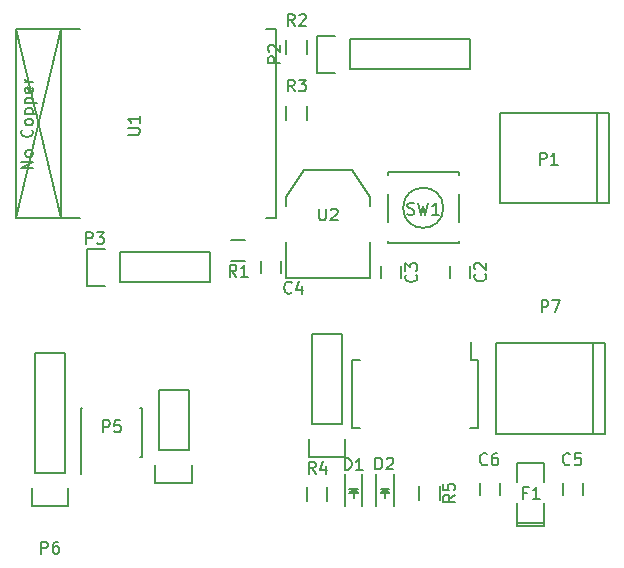
<source format=gto>
G04 #@! TF.FileFunction,Legend,Top*
%FSLAX46Y46*%
G04 Gerber Fmt 4.6, Leading zero omitted, Abs format (unit mm)*
G04 Created by KiCad (PCBNEW 4.0.4-stable) date 10/17/16 21:55:59*
%MOMM*%
%LPD*%
G01*
G04 APERTURE LIST*
%ADD10C,0.100000*%
%ADD11C,0.150000*%
%ADD12C,0.152400*%
G04 APERTURE END LIST*
D10*
D11*
X144322800Y-118516400D02*
X144322800Y-110896400D01*
X141782800Y-118516400D02*
X141782800Y-110896400D01*
X141502800Y-121336400D02*
X141502800Y-119786400D01*
X144322800Y-110896400D02*
X141782800Y-110896400D01*
X141782800Y-118516400D02*
X144322800Y-118516400D01*
X144602800Y-119786400D02*
X144602800Y-121336400D01*
X144602800Y-121336400D02*
X141502800Y-121336400D01*
X131318000Y-120700800D02*
X131318000Y-115620800D01*
X131318000Y-115620800D02*
X128778000Y-115620800D01*
X128778000Y-115620800D02*
X128778000Y-120700800D01*
X128498000Y-123520800D02*
X128498000Y-121970800D01*
X128778000Y-120700800D02*
X131318000Y-120700800D01*
X131598000Y-121970800D02*
X131598000Y-123520800D01*
X131598000Y-123520800D02*
X128498000Y-123520800D01*
X155794600Y-113152200D02*
X155219600Y-113152200D01*
X155794600Y-118902200D02*
X155144600Y-118902200D01*
X145144600Y-118902200D02*
X145794600Y-118902200D01*
X145144600Y-113152200D02*
X145794600Y-113152200D01*
X155794600Y-113152200D02*
X155794600Y-118902200D01*
X145144600Y-113152200D02*
X145144600Y-118902200D01*
X155219600Y-113152200D02*
X155219600Y-111552200D01*
X165905180Y-99862640D02*
X165905180Y-92161360D01*
X166905940Y-99862640D02*
X166905940Y-92161360D01*
X166905940Y-92161360D02*
X157706060Y-92161360D01*
X157706060Y-92161360D02*
X157706060Y-99862640D01*
X157706060Y-99862640D02*
X166905940Y-99862640D01*
X155129600Y-106164000D02*
X155129600Y-105164000D01*
X153429600Y-105164000D02*
X153429600Y-106164000D01*
X147587600Y-105164000D02*
X147587600Y-106164000D01*
X149287600Y-106164000D02*
X149287600Y-105164000D01*
X137427600Y-104706800D02*
X137427600Y-105706800D01*
X139127600Y-105706800D02*
X139127600Y-104706800D01*
X134934400Y-102960200D02*
X136134400Y-102960200D01*
X136134400Y-104710200D02*
X134934400Y-104710200D01*
X141337000Y-86014000D02*
X141337000Y-87214000D01*
X139587000Y-87214000D02*
X139587000Y-86014000D01*
X139587000Y-92802000D02*
X139587000Y-91602000D01*
X141337000Y-91602000D02*
X141337000Y-92802000D01*
X148180800Y-103228400D02*
X148180800Y-103028400D01*
X148180800Y-97228400D02*
X148180800Y-97428400D01*
X154180800Y-97228400D02*
X154180800Y-97428400D01*
X154180800Y-103228400D02*
X154180800Y-103028400D01*
X154180800Y-101428400D02*
X154180800Y-99028400D01*
X148180800Y-101428400D02*
X148180800Y-99028400D01*
X148180800Y-103228400D02*
X154180800Y-103228400D01*
X154180800Y-97228400D02*
X148180800Y-97228400D01*
X152880800Y-100228400D02*
G75*
G03X152880800Y-100228400I-1700000J0D01*
G01*
X139573000Y-103124000D02*
X139573000Y-106172000D01*
X139573000Y-106172000D02*
X146685000Y-106172000D01*
X146685000Y-106172000D02*
X146685000Y-103124000D01*
X139573000Y-100076000D02*
X139573000Y-99314000D01*
X139573000Y-99314000D02*
X141097000Y-97028000D01*
X141097000Y-97028000D02*
X145161000Y-97028000D01*
X145161000Y-97028000D02*
X146685000Y-99314000D01*
X146685000Y-99314000D02*
X146685000Y-100076000D01*
X125526800Y-106527600D02*
X133146800Y-106527600D01*
X125526800Y-103987600D02*
X133146800Y-103987600D01*
X122706800Y-103707600D02*
X124256800Y-103707600D01*
X133146800Y-106527600D02*
X133146800Y-103987600D01*
X125526800Y-103987600D02*
X125526800Y-106527600D01*
X124256800Y-106807600D02*
X122706800Y-106807600D01*
X122706800Y-106807600D02*
X122706800Y-103707600D01*
X162980000Y-123502800D02*
X162980000Y-124502800D01*
X164680000Y-124502800D02*
X164680000Y-123502800D01*
X155969600Y-123502800D02*
X155969600Y-124502800D01*
X157669600Y-124502800D02*
X157669600Y-123502800D01*
X159131000Y-126898400D02*
X159131000Y-127152400D01*
X159131000Y-127152400D02*
X161417000Y-127152400D01*
X161417000Y-127152400D02*
X161417000Y-126898400D01*
X159131000Y-126898400D02*
X161417000Y-126898400D01*
X161417000Y-126898400D02*
X161417000Y-125247400D01*
X159131000Y-123469400D02*
X159131000Y-121818400D01*
X159131000Y-121818400D02*
X161417000Y-121818400D01*
X161417000Y-121818400D02*
X161417000Y-123469400D01*
X159131000Y-125247400D02*
X159131000Y-126898400D01*
X143064200Y-123860000D02*
X143064200Y-125060000D01*
X141314200Y-125060000D02*
X141314200Y-123860000D01*
X152614600Y-123758400D02*
X152614600Y-124958400D01*
X150864600Y-124958400D02*
X150864600Y-123758400D01*
X144538000Y-122809200D02*
X144538000Y-125509200D01*
X146038000Y-122809200D02*
X146038000Y-125509200D01*
X145138000Y-124309200D02*
X145388000Y-124309200D01*
X145388000Y-124309200D02*
X145238000Y-124159200D01*
X145638000Y-124059200D02*
X144938000Y-124059200D01*
X145288000Y-124409200D02*
X145288000Y-124759200D01*
X145288000Y-124059200D02*
X145638000Y-124409200D01*
X145638000Y-124409200D02*
X144938000Y-124409200D01*
X144938000Y-124409200D02*
X145288000Y-124059200D01*
X147179600Y-122809200D02*
X147179600Y-125509200D01*
X148679600Y-122809200D02*
X148679600Y-125509200D01*
X147779600Y-124309200D02*
X148029600Y-124309200D01*
X148029600Y-124309200D02*
X147879600Y-124159200D01*
X148279600Y-124059200D02*
X147579600Y-124059200D01*
X147929600Y-124409200D02*
X147929600Y-124759200D01*
X147929600Y-124059200D02*
X148279600Y-124409200D01*
X148279600Y-124409200D02*
X147579600Y-124409200D01*
X147579600Y-124409200D02*
X147929600Y-124059200D01*
X122189800Y-121353400D02*
X122239800Y-121353400D01*
X122189800Y-117203400D02*
X122334800Y-117203400D01*
X127339800Y-117203400D02*
X127194800Y-117203400D01*
X127339800Y-121353400D02*
X127194800Y-121353400D01*
X122189800Y-121353400D02*
X122189800Y-117203400D01*
X127339800Y-121353400D02*
X127339800Y-117203400D01*
X122239800Y-121353400D02*
X122239800Y-122753400D01*
X165549580Y-119369840D02*
X165549580Y-111668560D01*
X166550340Y-119369840D02*
X166550340Y-111668560D01*
X166550340Y-111668560D02*
X157350460Y-111668560D01*
X157350460Y-111668560D02*
X157350460Y-119369840D01*
X157350460Y-119369840D02*
X166550340Y-119369840D01*
D12*
X116688400Y-101076000D02*
X116688400Y-85076000D01*
X116688400Y-85076000D02*
X122088400Y-85076000D01*
X116688400Y-101076000D02*
X122088400Y-101076000D01*
X137888400Y-101076000D02*
X138688400Y-101076000D01*
X138688400Y-101076000D02*
X138688400Y-85076000D01*
X138688400Y-85076000D02*
X137888400Y-85076000D01*
X116688400Y-85076000D02*
X120488400Y-101076000D01*
X116688400Y-101076000D02*
X120488400Y-85076000D01*
X120488400Y-101084000D02*
X120488400Y-85084000D01*
D11*
X143713200Y-88773600D02*
X142163200Y-88773600D01*
X142163200Y-88773600D02*
X142163200Y-85673600D01*
X142163200Y-85673600D02*
X143713200Y-85673600D01*
X144983200Y-85953600D02*
X155143200Y-85953600D01*
X155143200Y-85953600D02*
X155143200Y-88493600D01*
X155143200Y-88493600D02*
X144983200Y-88493600D01*
X144983200Y-85953600D02*
X144983200Y-88493600D01*
X121133200Y-123952000D02*
X121133200Y-125502000D01*
X121133200Y-125502000D02*
X118033200Y-125502000D01*
X118033200Y-125502000D02*
X118033200Y-123952000D01*
X118313200Y-122682000D02*
X118313200Y-112522000D01*
X118313200Y-112522000D02*
X120853200Y-112522000D01*
X120853200Y-112522000D02*
X120853200Y-122682000D01*
X118313200Y-122682000D02*
X120853200Y-122682000D01*
X161059905Y-96565981D02*
X161059905Y-95565981D01*
X161440858Y-95565981D01*
X161536096Y-95613600D01*
X161583715Y-95661219D01*
X161631334Y-95756457D01*
X161631334Y-95899314D01*
X161583715Y-95994552D01*
X161536096Y-96042171D01*
X161440858Y-96089790D01*
X161059905Y-96089790D01*
X162583715Y-96565981D02*
X162012286Y-96565981D01*
X162298000Y-96565981D02*
X162298000Y-95565981D01*
X162202762Y-95708838D01*
X162107524Y-95804076D01*
X162012286Y-95851695D01*
X156414743Y-105830666D02*
X156462362Y-105878285D01*
X156509981Y-106021142D01*
X156509981Y-106116380D01*
X156462362Y-106259238D01*
X156367124Y-106354476D01*
X156271886Y-106402095D01*
X156081410Y-106449714D01*
X155938552Y-106449714D01*
X155748076Y-106402095D01*
X155652838Y-106354476D01*
X155557600Y-106259238D01*
X155509981Y-106116380D01*
X155509981Y-106021142D01*
X155557600Y-105878285D01*
X155605219Y-105830666D01*
X155605219Y-105449714D02*
X155557600Y-105402095D01*
X155509981Y-105306857D01*
X155509981Y-105068761D01*
X155557600Y-104973523D01*
X155605219Y-104925904D01*
X155700457Y-104878285D01*
X155795695Y-104878285D01*
X155938552Y-104925904D01*
X156509981Y-105497333D01*
X156509981Y-104878285D01*
X150572743Y-105881466D02*
X150620362Y-105929085D01*
X150667981Y-106071942D01*
X150667981Y-106167180D01*
X150620362Y-106310038D01*
X150525124Y-106405276D01*
X150429886Y-106452895D01*
X150239410Y-106500514D01*
X150096552Y-106500514D01*
X149906076Y-106452895D01*
X149810838Y-106405276D01*
X149715600Y-106310038D01*
X149667981Y-106167180D01*
X149667981Y-106071942D01*
X149715600Y-105929085D01*
X149763219Y-105881466D01*
X149667981Y-105548133D02*
X149667981Y-104929085D01*
X150048933Y-105262419D01*
X150048933Y-105119561D01*
X150096552Y-105024323D01*
X150144171Y-104976704D01*
X150239410Y-104929085D01*
X150477505Y-104929085D01*
X150572743Y-104976704D01*
X150620362Y-105024323D01*
X150667981Y-105119561D01*
X150667981Y-105405276D01*
X150620362Y-105500514D01*
X150572743Y-105548133D01*
X140041334Y-107392743D02*
X139993715Y-107440362D01*
X139850858Y-107487981D01*
X139755620Y-107487981D01*
X139612762Y-107440362D01*
X139517524Y-107345124D01*
X139469905Y-107249886D01*
X139422286Y-107059410D01*
X139422286Y-106916552D01*
X139469905Y-106726076D01*
X139517524Y-106630838D01*
X139612762Y-106535600D01*
X139755620Y-106487981D01*
X139850858Y-106487981D01*
X139993715Y-106535600D01*
X140041334Y-106583219D01*
X140898477Y-106821314D02*
X140898477Y-107487981D01*
X140660381Y-106440362D02*
X140422286Y-107154648D01*
X141041334Y-107154648D01*
X135367734Y-106065581D02*
X135034400Y-105589390D01*
X134796305Y-106065581D02*
X134796305Y-105065581D01*
X135177258Y-105065581D01*
X135272496Y-105113200D01*
X135320115Y-105160819D01*
X135367734Y-105256057D01*
X135367734Y-105398914D01*
X135320115Y-105494152D01*
X135272496Y-105541771D01*
X135177258Y-105589390D01*
X134796305Y-105589390D01*
X136320115Y-106065581D02*
X135748686Y-106065581D01*
X136034400Y-106065581D02*
X136034400Y-105065581D01*
X135939162Y-105208438D01*
X135843924Y-105303676D01*
X135748686Y-105351295D01*
X140295334Y-84831181D02*
X139962000Y-84354990D01*
X139723905Y-84831181D02*
X139723905Y-83831181D01*
X140104858Y-83831181D01*
X140200096Y-83878800D01*
X140247715Y-83926419D01*
X140295334Y-84021657D01*
X140295334Y-84164514D01*
X140247715Y-84259752D01*
X140200096Y-84307371D01*
X140104858Y-84354990D01*
X139723905Y-84354990D01*
X140676286Y-83926419D02*
X140723905Y-83878800D01*
X140819143Y-83831181D01*
X141057239Y-83831181D01*
X141152477Y-83878800D01*
X141200096Y-83926419D01*
X141247715Y-84021657D01*
X141247715Y-84116895D01*
X141200096Y-84259752D01*
X140628667Y-84831181D01*
X141247715Y-84831181D01*
X140295334Y-90368381D02*
X139962000Y-89892190D01*
X139723905Y-90368381D02*
X139723905Y-89368381D01*
X140104858Y-89368381D01*
X140200096Y-89416000D01*
X140247715Y-89463619D01*
X140295334Y-89558857D01*
X140295334Y-89701714D01*
X140247715Y-89796952D01*
X140200096Y-89844571D01*
X140104858Y-89892190D01*
X139723905Y-89892190D01*
X140628667Y-89368381D02*
X141247715Y-89368381D01*
X140914381Y-89749333D01*
X141057239Y-89749333D01*
X141152477Y-89796952D01*
X141200096Y-89844571D01*
X141247715Y-89939810D01*
X141247715Y-90177905D01*
X141200096Y-90273143D01*
X141152477Y-90320762D01*
X141057239Y-90368381D01*
X140771524Y-90368381D01*
X140676286Y-90320762D01*
X140628667Y-90273143D01*
X149847467Y-100760162D02*
X149990324Y-100807781D01*
X150228420Y-100807781D01*
X150323658Y-100760162D01*
X150371277Y-100712543D01*
X150418896Y-100617305D01*
X150418896Y-100522067D01*
X150371277Y-100426829D01*
X150323658Y-100379210D01*
X150228420Y-100331590D01*
X150037943Y-100283971D01*
X149942705Y-100236352D01*
X149895086Y-100188733D01*
X149847467Y-100093495D01*
X149847467Y-99998257D01*
X149895086Y-99903019D01*
X149942705Y-99855400D01*
X150037943Y-99807781D01*
X150276039Y-99807781D01*
X150418896Y-99855400D01*
X150752229Y-99807781D02*
X150990324Y-100807781D01*
X151180801Y-100093495D01*
X151371277Y-100807781D01*
X151609372Y-99807781D01*
X152514134Y-100807781D02*
X151942705Y-100807781D01*
X152228419Y-100807781D02*
X152228419Y-99807781D01*
X152133181Y-99950638D01*
X152037943Y-100045876D01*
X151942705Y-100093495D01*
X142367095Y-100290381D02*
X142367095Y-101099905D01*
X142414714Y-101195143D01*
X142462333Y-101242762D01*
X142557571Y-101290381D01*
X142748048Y-101290381D01*
X142843286Y-101242762D01*
X142890905Y-101195143D01*
X142938524Y-101099905D01*
X142938524Y-100290381D01*
X143367095Y-100385619D02*
X143414714Y-100338000D01*
X143509952Y-100290381D01*
X143748048Y-100290381D01*
X143843286Y-100338000D01*
X143890905Y-100385619D01*
X143938524Y-100480857D01*
X143938524Y-100576095D01*
X143890905Y-100718952D01*
X143319476Y-101290381D01*
X143938524Y-101290381D01*
X122629705Y-103296981D02*
X122629705Y-102296981D01*
X123010658Y-102296981D01*
X123105896Y-102344600D01*
X123153515Y-102392219D01*
X123201134Y-102487457D01*
X123201134Y-102630314D01*
X123153515Y-102725552D01*
X123105896Y-102773171D01*
X123010658Y-102820790D01*
X122629705Y-102820790D01*
X123534467Y-102296981D02*
X124153515Y-102296981D01*
X123820181Y-102677933D01*
X123963039Y-102677933D01*
X124058277Y-102725552D01*
X124105896Y-102773171D01*
X124153515Y-102868410D01*
X124153515Y-103106505D01*
X124105896Y-103201743D01*
X124058277Y-103249362D01*
X123963039Y-103296981D01*
X123677324Y-103296981D01*
X123582086Y-103249362D01*
X123534467Y-103201743D01*
X163612534Y-121921543D02*
X163564915Y-121969162D01*
X163422058Y-122016781D01*
X163326820Y-122016781D01*
X163183962Y-121969162D01*
X163088724Y-121873924D01*
X163041105Y-121778686D01*
X162993486Y-121588210D01*
X162993486Y-121445352D01*
X163041105Y-121254876D01*
X163088724Y-121159638D01*
X163183962Y-121064400D01*
X163326820Y-121016781D01*
X163422058Y-121016781D01*
X163564915Y-121064400D01*
X163612534Y-121112019D01*
X164517296Y-121016781D02*
X164041105Y-121016781D01*
X163993486Y-121492971D01*
X164041105Y-121445352D01*
X164136343Y-121397733D01*
X164374439Y-121397733D01*
X164469677Y-121445352D01*
X164517296Y-121492971D01*
X164564915Y-121588210D01*
X164564915Y-121826305D01*
X164517296Y-121921543D01*
X164469677Y-121969162D01*
X164374439Y-122016781D01*
X164136343Y-122016781D01*
X164041105Y-121969162D01*
X163993486Y-121921543D01*
X156602134Y-121921543D02*
X156554515Y-121969162D01*
X156411658Y-122016781D01*
X156316420Y-122016781D01*
X156173562Y-121969162D01*
X156078324Y-121873924D01*
X156030705Y-121778686D01*
X155983086Y-121588210D01*
X155983086Y-121445352D01*
X156030705Y-121254876D01*
X156078324Y-121159638D01*
X156173562Y-121064400D01*
X156316420Y-121016781D01*
X156411658Y-121016781D01*
X156554515Y-121064400D01*
X156602134Y-121112019D01*
X157459277Y-121016781D02*
X157268800Y-121016781D01*
X157173562Y-121064400D01*
X157125943Y-121112019D01*
X157030705Y-121254876D01*
X156983086Y-121445352D01*
X156983086Y-121826305D01*
X157030705Y-121921543D01*
X157078324Y-121969162D01*
X157173562Y-122016781D01*
X157364039Y-122016781D01*
X157459277Y-121969162D01*
X157506896Y-121921543D01*
X157554515Y-121826305D01*
X157554515Y-121588210D01*
X157506896Y-121492971D01*
X157459277Y-121445352D01*
X157364039Y-121397733D01*
X157173562Y-121397733D01*
X157078324Y-121445352D01*
X157030705Y-121492971D01*
X156983086Y-121588210D01*
X159991467Y-124337771D02*
X159658133Y-124337771D01*
X159658133Y-124861581D02*
X159658133Y-123861581D01*
X160134324Y-123861581D01*
X161039086Y-124861581D02*
X160467657Y-124861581D01*
X160753371Y-124861581D02*
X160753371Y-123861581D01*
X160658133Y-124004438D01*
X160562895Y-124099676D01*
X160467657Y-124147295D01*
X142073334Y-122727981D02*
X141740000Y-122251790D01*
X141501905Y-122727981D02*
X141501905Y-121727981D01*
X141882858Y-121727981D01*
X141978096Y-121775600D01*
X142025715Y-121823219D01*
X142073334Y-121918457D01*
X142073334Y-122061314D01*
X142025715Y-122156552D01*
X141978096Y-122204171D01*
X141882858Y-122251790D01*
X141501905Y-122251790D01*
X142930477Y-122061314D02*
X142930477Y-122727981D01*
X142692381Y-121680362D02*
X142454286Y-122394648D01*
X143073334Y-122394648D01*
X153868381Y-124525066D02*
X153392190Y-124858400D01*
X153868381Y-125096495D02*
X152868381Y-125096495D01*
X152868381Y-124715542D01*
X152916000Y-124620304D01*
X152963619Y-124572685D01*
X153058857Y-124525066D01*
X153201714Y-124525066D01*
X153296952Y-124572685D01*
X153344571Y-124620304D01*
X153392190Y-124715542D01*
X153392190Y-125096495D01*
X152868381Y-123620304D02*
X152868381Y-124096495D01*
X153344571Y-124144114D01*
X153296952Y-124096495D01*
X153249333Y-124001257D01*
X153249333Y-123763161D01*
X153296952Y-123667923D01*
X153344571Y-123620304D01*
X153439810Y-123572685D01*
X153677905Y-123572685D01*
X153773143Y-123620304D01*
X153820762Y-123667923D01*
X153868381Y-123763161D01*
X153868381Y-124001257D01*
X153820762Y-124096495D01*
X153773143Y-124144114D01*
X144549905Y-122423181D02*
X144549905Y-121423181D01*
X144788000Y-121423181D01*
X144930858Y-121470800D01*
X145026096Y-121566038D01*
X145073715Y-121661276D01*
X145121334Y-121851752D01*
X145121334Y-121994610D01*
X145073715Y-122185086D01*
X145026096Y-122280324D01*
X144930858Y-122375562D01*
X144788000Y-122423181D01*
X144549905Y-122423181D01*
X146073715Y-122423181D02*
X145502286Y-122423181D01*
X145788000Y-122423181D02*
X145788000Y-121423181D01*
X145692762Y-121566038D01*
X145597524Y-121661276D01*
X145502286Y-121708895D01*
X147140705Y-122372381D02*
X147140705Y-121372381D01*
X147378800Y-121372381D01*
X147521658Y-121420000D01*
X147616896Y-121515238D01*
X147664515Y-121610476D01*
X147712134Y-121800952D01*
X147712134Y-121943810D01*
X147664515Y-122134286D01*
X147616896Y-122229524D01*
X147521658Y-122324762D01*
X147378800Y-122372381D01*
X147140705Y-122372381D01*
X148093086Y-121467619D02*
X148140705Y-121420000D01*
X148235943Y-121372381D01*
X148474039Y-121372381D01*
X148569277Y-121420000D01*
X148616896Y-121467619D01*
X148664515Y-121562857D01*
X148664515Y-121658095D01*
X148616896Y-121800952D01*
X148045467Y-122372381D01*
X148664515Y-122372381D01*
X124077505Y-119222781D02*
X124077505Y-118222781D01*
X124458458Y-118222781D01*
X124553696Y-118270400D01*
X124601315Y-118318019D01*
X124648934Y-118413257D01*
X124648934Y-118556114D01*
X124601315Y-118651352D01*
X124553696Y-118698971D01*
X124458458Y-118746590D01*
X124077505Y-118746590D01*
X125553696Y-118222781D02*
X125077505Y-118222781D01*
X125029886Y-118698971D01*
X125077505Y-118651352D01*
X125172743Y-118603733D01*
X125410839Y-118603733D01*
X125506077Y-118651352D01*
X125553696Y-118698971D01*
X125601315Y-118794210D01*
X125601315Y-119032305D01*
X125553696Y-119127543D01*
X125506077Y-119175162D01*
X125410839Y-119222781D01*
X125172743Y-119222781D01*
X125077505Y-119175162D01*
X125029886Y-119127543D01*
X161212305Y-109070401D02*
X161212305Y-108070401D01*
X161593258Y-108070401D01*
X161688496Y-108118020D01*
X161736115Y-108165639D01*
X161783734Y-108260877D01*
X161783734Y-108403734D01*
X161736115Y-108498972D01*
X161688496Y-108546591D01*
X161593258Y-108594210D01*
X161212305Y-108594210D01*
X162117067Y-108070401D02*
X162783734Y-108070401D01*
X162355162Y-109070401D01*
X126198381Y-94030705D02*
X127007905Y-94030705D01*
X127103143Y-93983086D01*
X127150762Y-93935467D01*
X127198381Y-93840229D01*
X127198381Y-93649752D01*
X127150762Y-93554514D01*
X127103143Y-93506895D01*
X127007905Y-93459276D01*
X126198381Y-93459276D01*
X127198381Y-92459276D02*
X127198381Y-93030705D01*
X127198381Y-92744991D02*
X126198381Y-92744991D01*
X126341238Y-92840229D01*
X126436476Y-92935467D01*
X126484095Y-93030705D01*
X118140781Y-96898286D02*
X117140781Y-96898286D01*
X118140781Y-96326857D01*
X117140781Y-96326857D01*
X118140781Y-95707810D02*
X118093162Y-95803048D01*
X118045543Y-95850667D01*
X117950305Y-95898286D01*
X117664590Y-95898286D01*
X117569352Y-95850667D01*
X117521733Y-95803048D01*
X117474114Y-95707810D01*
X117474114Y-95564952D01*
X117521733Y-95469714D01*
X117569352Y-95422095D01*
X117664590Y-95374476D01*
X117950305Y-95374476D01*
X118045543Y-95422095D01*
X118093162Y-95469714D01*
X118140781Y-95564952D01*
X118140781Y-95707810D01*
X118045543Y-93612571D02*
X118093162Y-93660190D01*
X118140781Y-93803047D01*
X118140781Y-93898285D01*
X118093162Y-94041143D01*
X117997924Y-94136381D01*
X117902686Y-94184000D01*
X117712210Y-94231619D01*
X117569352Y-94231619D01*
X117378876Y-94184000D01*
X117283638Y-94136381D01*
X117188400Y-94041143D01*
X117140781Y-93898285D01*
X117140781Y-93803047D01*
X117188400Y-93660190D01*
X117236019Y-93612571D01*
X118140781Y-93041143D02*
X118093162Y-93136381D01*
X118045543Y-93184000D01*
X117950305Y-93231619D01*
X117664590Y-93231619D01*
X117569352Y-93184000D01*
X117521733Y-93136381D01*
X117474114Y-93041143D01*
X117474114Y-92898285D01*
X117521733Y-92803047D01*
X117569352Y-92755428D01*
X117664590Y-92707809D01*
X117950305Y-92707809D01*
X118045543Y-92755428D01*
X118093162Y-92803047D01*
X118140781Y-92898285D01*
X118140781Y-93041143D01*
X117474114Y-92279238D02*
X118474114Y-92279238D01*
X117521733Y-92279238D02*
X117474114Y-92184000D01*
X117474114Y-91993523D01*
X117521733Y-91898285D01*
X117569352Y-91850666D01*
X117664590Y-91803047D01*
X117950305Y-91803047D01*
X118045543Y-91850666D01*
X118093162Y-91898285D01*
X118140781Y-91993523D01*
X118140781Y-92184000D01*
X118093162Y-92279238D01*
X117474114Y-91374476D02*
X118474114Y-91374476D01*
X117521733Y-91374476D02*
X117474114Y-91279238D01*
X117474114Y-91088761D01*
X117521733Y-90993523D01*
X117569352Y-90945904D01*
X117664590Y-90898285D01*
X117950305Y-90898285D01*
X118045543Y-90945904D01*
X118093162Y-90993523D01*
X118140781Y-91088761D01*
X118140781Y-91279238D01*
X118093162Y-91374476D01*
X118093162Y-90088761D02*
X118140781Y-90183999D01*
X118140781Y-90374476D01*
X118093162Y-90469714D01*
X117997924Y-90517333D01*
X117616971Y-90517333D01*
X117521733Y-90469714D01*
X117474114Y-90374476D01*
X117474114Y-90183999D01*
X117521733Y-90088761D01*
X117616971Y-90041142D01*
X117712210Y-90041142D01*
X117807448Y-90517333D01*
X118140781Y-89612571D02*
X117474114Y-89612571D01*
X117664590Y-89612571D02*
X117569352Y-89564952D01*
X117521733Y-89517333D01*
X117474114Y-89422095D01*
X117474114Y-89326856D01*
X139065581Y-87961695D02*
X138065581Y-87961695D01*
X138065581Y-87580742D01*
X138113200Y-87485504D01*
X138160819Y-87437885D01*
X138256057Y-87390266D01*
X138398914Y-87390266D01*
X138494152Y-87437885D01*
X138541771Y-87485504D01*
X138589390Y-87580742D01*
X138589390Y-87961695D01*
X138160819Y-87009314D02*
X138113200Y-86961695D01*
X138065581Y-86866457D01*
X138065581Y-86628361D01*
X138113200Y-86533123D01*
X138160819Y-86485504D01*
X138256057Y-86437885D01*
X138351295Y-86437885D01*
X138494152Y-86485504D01*
X139065581Y-87056933D01*
X139065581Y-86437885D01*
X118845105Y-129504381D02*
X118845105Y-128504381D01*
X119226058Y-128504381D01*
X119321296Y-128552000D01*
X119368915Y-128599619D01*
X119416534Y-128694857D01*
X119416534Y-128837714D01*
X119368915Y-128932952D01*
X119321296Y-128980571D01*
X119226058Y-129028190D01*
X118845105Y-129028190D01*
X120273677Y-128504381D02*
X120083200Y-128504381D01*
X119987962Y-128552000D01*
X119940343Y-128599619D01*
X119845105Y-128742476D01*
X119797486Y-128932952D01*
X119797486Y-129313905D01*
X119845105Y-129409143D01*
X119892724Y-129456762D01*
X119987962Y-129504381D01*
X120178439Y-129504381D01*
X120273677Y-129456762D01*
X120321296Y-129409143D01*
X120368915Y-129313905D01*
X120368915Y-129075810D01*
X120321296Y-128980571D01*
X120273677Y-128932952D01*
X120178439Y-128885333D01*
X119987962Y-128885333D01*
X119892724Y-128932952D01*
X119845105Y-128980571D01*
X119797486Y-129075810D01*
M02*

</source>
